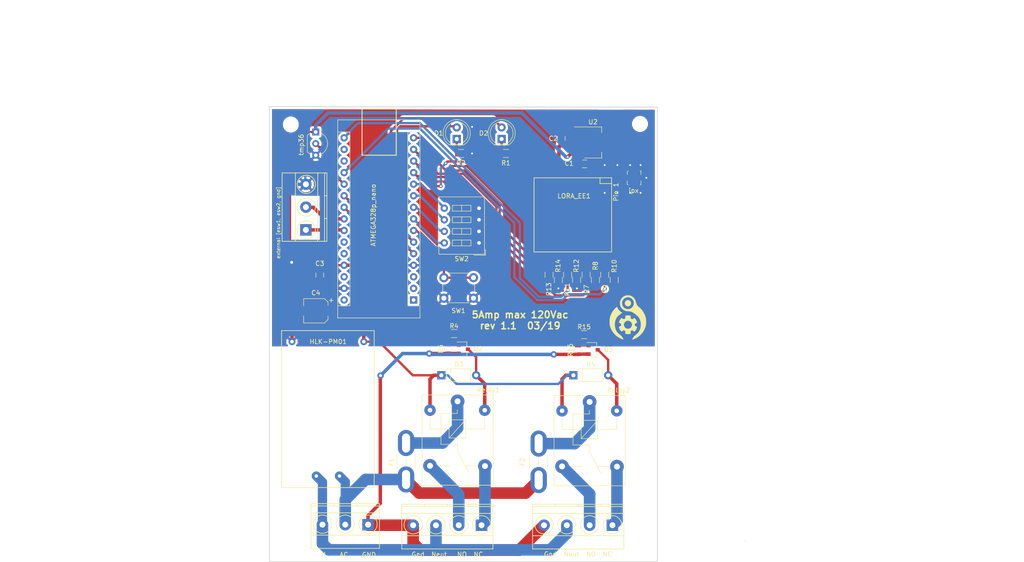
<source format=kicad_pcb>
(kicad_pcb (version 20171130) (host pcbnew 5.0.2-bee76a0~70~ubuntu16.04.1)
  (layers (0 F.Cu signal) (31 B.Cu signal) (34 B.Paste user) (35 F.Paste user) (36 B.SilkS user) (37 F.SilkS user) (38 B.Mask user) (39 F.Mask user) (44 Edge.Cuts user))
  (net 0 "")
  (net 1 GNDD)
  (net 2 +5V)
  (net 3 +3V3)
  (net 4 Earth)
  (net 5 "Net-(D1-Pad2)")
  (net 6 "Net-(D1-Pad1)")
  (net 7 "Net-(D2-Pad1)")
  (net 8 "Net-(D2-Pad2)")
  (net 9 "Net-(D3-Pad2)")
  (net 10 "Net-(D4-Pad2)")
  (net 11 VAC)
  (net 12 "Net-(F1-Pad1)")
  (net 13 "Net-(F2-Pad1)")
  (net 14 NEUT)
  (net 15 "Net-(J2-Pad2)")
  (net 16 "Net-(J2-Pad1)")
  (net 17 "Net-(J5-Pad1)")
  (net 18 "Net-(J5-Pad2)")
  (net 19 "Net-(J7-Pad2)")
  (net 20 /relay1)
  (net 21 "Net-(Q2-Pad1)")
  (net 22 miso)
  (net 23 "Net-(R7-Pad1)")
  (net 24 /lora_cs)
  (net 25 "Net-(R10-Pad1)")
  (net 26 /lora_rst)
  (net 27 sck)
  (net 28 "Net-(R11-Pad1)")
  (net 29 mosi)
  (net 30 "Net-(R13-Pad1)")
  (net 31 "Net-(Q3-Pad1)")
  (net 32 /relay2)
  (net 33 "Net-(SW1-Pad2)")
  (net 34 "Net-(U3-Padtx)")
  (net 35 "Net-(U3-Pad3v3)")
  (net 36 "Net-(U3-Padrx)")
  (net 37 "Net-(U3-Pad15)")
  (net 38 "Net-(U3-Padrst)")
  (net 39 "Net-(U3-PadADC6)")
  (net 40 "Net-(U3-PadADC7)")
  (net 41 /irq)
  (net 42 "Net-(U3-PadVin)")
  (net 43 "Net-(U4-Pad15)")
  (net 44 "Net-(U4-Pad8)")
  (net 45 "Net-(U4-Pad7)")
  (net 46 "Net-(U4-Pad4)")
  (net 47 "Net-(U4-Pad3)")
  (net 48 "Net-(J3-Pad1)")
  (net 49 "Net-(J8-Pad2)")
  (net 50 "Net-(J8-Pad1)")
  (net 51 "Net-(SW2-Pad5)")
  (net 52 "Net-(SW2-Pad6)")
  (net 53 "Net-(SW2-Pad7)")
  (net 54 "Net-(SW2-Pad8)")
  (module TerminalBlocks_Phoenix:TerminalBlock_Phoenix_MKDS1.5-3pol (layer F.Cu) (at 103.806 149.479 180)
    (fp_text reference "N    AC    GND" (at 4.3015 -6.604 180) (layer F.SilkS))
    (fp_text value ACin)
    (pad 3 thru_hole circle (at 5 0 180) (size 2.5 2.5) (drill 1.3) (layers *.Cu *.Mask) (net 11 VAC))
    (pad 1 thru_hole rect (at 0 0 180) (size 2.5 2.5) (drill 1.3) (layers *.Cu *.Mask) (net 4 Earth))
    (pad 2 thru_hole circle (at 10 0 180) (size 2.5 2.5) (drill 1.3) (layers *.Cu *.Mask) (net 14 NEUT))
  )
  (module Relays_THT:Relay_SPDT_SANYOU_SRD_Series_Form_C (layer F.Cu) (at 123.444 122.428 270)
    (fp_text reference Relay1 (at -2.4765 -6.731) (layer F.SilkS))
    (fp_text value relay1)
    (pad A1 thru_hole circle (at 1.95 6.05) (size 2.5 2.5) (drill 1) (layers *.Cu *.Mask) (net 2 +5V))
    (pad 14 thru_hole circle (at 14.15 6.05) (size 3 3) (drill 1.3) (layers *.Cu *.Mask) (net 15 "Net-(J2-Pad2)"))
    (pad 12 thru_hole circle (at 14.2 -6) (size 3 3) (drill 1.3) (layers *.Cu *.Mask) (net 16 "Net-(J2-Pad1)"))
    (pad A2 thru_hole circle (at 1.95 -5.95) (size 2.5 2.5) (drill 1) (layers *.Cu *.Mask) (net 9 "Net-(D3-Pad2)"))
    (pad 11 thru_hole circle (at 0 0) (size 3 3) (drill 1.3) (layers *.Cu *.Mask) (net 12 "Net-(F1-Pad1)"))
  )
  (module Relays_THT:Relay_SPDT_SANYOU_SRD_Series_Form_C (layer F.Cu) (at 152.4 122.555 270)
    (fp_text reference Relay2 (at -2.54 -6.35) (layer F.SilkS))
    (fp_text value relay2)
    (pad 11 thru_hole circle (at 0 0) (size 3 3) (drill 1.3) (layers *.Cu *.Mask) (net 13 "Net-(F2-Pad1)"))
    (pad A2 thru_hole circle (at 1.95 -5.95) (size 2.5 2.5) (drill 1) (layers *.Cu *.Mask) (net 10 "Net-(D4-Pad2)"))
    (pad 12 thru_hole circle (at 14.2 -6) (size 3 3) (drill 1.3) (layers *.Cu *.Mask) (net 17 "Net-(J5-Pad1)"))
    (pad 14 thru_hole circle (at 14.15 6.05) (size 3 3) (drill 1.3) (layers *.Cu *.Mask) (net 18 "Net-(J5-Pad2)"))
    (pad A1 thru_hole circle (at 1.95 6.05) (size 2.5 2.5) (drill 1) (layers *.Cu *.Mask) (net 2 +5V))
  )
  (module Capacitors_SMD:C_0805_HandSoldering (layer F.Cu) (at 151.277001 70.358)
    (fp_text reference C1 (at -3.385501 -0.127) (layer F.SilkS))
    (fp_text value 1uf)
    (pad 2 smd rect (at 1.25 0) (size 1.5 1.25) (layers F.Cu F.Paste F.Mask) (net 1 GNDD))
    (pad 1 smd rect (at -1.25 0) (size 1.5 1.25) (layers F.Cu F.Paste F.Mask) (net 2 +5V))
  )
  (module Capacitors_SMD:C_0805_HandSoldering (layer F.Cu) (at 146.177 64.790001 90)
    (fp_text reference C2 (at 0 -1.75 180) (layer F.SilkS))
    (fp_text value 22uf)
    (pad 2 smd rect (at 1.25 0 90) (size 1.5 1.25) (layers F.Cu F.Paste F.Mask) (net 1 GNDD))
    (pad 1 smd rect (at -1.25 0 90) (size 1.5 1.25) (layers F.Cu F.Paste F.Mask) (net 3 +3V3))
  )
  (module Capacitors_SMD:C_0805 (layer F.Cu) (at 93.218 94.726 270)
    (fp_text reference C3 (at -2.524 0) (layer F.SilkS))
    (fp_text value .1uf)
    (pad 1 smd rect (at -1 0 270) (size 1 1.25) (layers F.Cu F.Paste F.Mask) (net 2 +5V))
    (pad 2 smd rect (at 1 0 270) (size 1 1.25) (layers F.Cu F.Paste F.Mask) (net 1 GNDD))
  )
  (module LEDs:LED_D5.0mm (layer F.Cu) (at 123.2535 64.897 90)
    (fp_text reference D1 (at 1.27 -3.96 180) (layer F.SilkS))
    (fp_text value LED)
    (pad 2 thru_hole circle (at 2.54 0 90) (size 1.8 1.8) (drill 0.9) (layers *.Cu *.Mask) (net 5 "Net-(D1-Pad2)"))
    (pad 1 thru_hole rect (at 0 0 90) (size 1.8 1.8) (drill 0.9) (layers *.Cu *.Mask) (net 6 "Net-(D1-Pad1)"))
  )
  (module LEDs:LED_D5.0mm (layer F.Cu) (at 133.096 64.897 90)
    (fp_text reference D2 (at 1.27 -3.96 180) (layer F.SilkS))
    (fp_text value LED)
    (pad 1 thru_hole rect (at 0 0 90) (size 1.8 1.8) (drill 0.9) (layers *.Cu *.Mask) (net 7 "Net-(D2-Pad1)"))
    (pad 2 thru_hole circle (at 2.54 0 90) (size 1.8 1.8) (drill 0.9) (layers *.Cu *.Mask) (net 8 "Net-(D2-Pad2)"))
  )
  (module Diodes_THT:D_A-405_P7.62mm_Horizontal (layer F.Cu) (at 119.888 116.713)
    (fp_text reference D3 (at 3.81 -2.41) (layer F.SilkS))
    (fp_text value 4001)
    (pad 1 thru_hole rect (at 0 0) (size 1.8 1.8) (drill 0.9) (layers *.Cu *.Mask) (net 2 +5V))
    (pad 2 thru_hole oval (at 7.62 0) (size 1.8 1.8) (drill 0.9) (layers *.Cu *.Mask) (net 9 "Net-(D3-Pad2)"))
  )
  (module Diodes_THT:D_A-405_P7.62mm_Horizontal (layer F.Cu) (at 148.844 116.713)
    (fp_text reference D4 (at 3.81 -2.41) (layer F.SilkS))
    (fp_text value 4001)
    (pad 2 thru_hole oval (at 7.62 0) (size 1.8 1.8) (drill 0.9) (layers *.Cu *.Mask) (net 10 "Net-(D4-Pad2)"))
    (pad 1 thru_hole rect (at 0 0) (size 1.8 1.8) (drill 0.9) (layers *.Cu *.Mask) (net 2 +5V))
  )
  (module Fuse_Holders_and_Fuses:BladeFuse-Mini (layer F.Cu) (at 112.141 131.573 270)
    (fp_text reference F1 (at 4.19 3.2385 270) (layer F.SilkS))
    (fp_text value Fuse)
    (pad 2 thru_hole oval (at 8 0 270) (size 5.715 3.556) (drill oval 4.191 1.778) (layers *.Cu *.Mask) (net 11 VAC))
    (pad 1 thru_hole oval (at 0 0 270) (size 5.715 3.556) (drill oval 4.191 1.778) (layers *.Cu *.Mask) (net 12 "Net-(F1-Pad1)"))
  )
  (module Fuse_Holders_and_Fuses:BladeFuse-Mini (layer F.Cu) (at 141.224 131.7 270)
    (fp_text reference F2 (at 3.9995 3.556 270) (layer F.SilkS))
    (fp_text value Fuse)
    (pad 1 thru_hole oval (at 0 0 270) (size 5.715 3.556) (drill oval 4.191 1.778) (layers *.Cu *.Mask) (net 13 "Net-(F2-Pad1)"))
    (pad 2 thru_hole oval (at 8 0 270) (size 5.715 3.556) (drill oval 4.191 1.778) (layers *.Cu *.Mask) (net 11 VAC))
  )
  (module Resistors_SMD:R_0805 (layer F.Cu) (at 134.046 68.072)
    (fp_text reference R1 (at 0 2.0955) (layer F.SilkS))
    (fp_text value 3k3)
    (pad 2 smd rect (at 0.95 0) (size 0.7 1.3) (layers F.Cu F.Paste F.Mask) (net 1 GNDD))
    (pad 1 smd rect (at -0.95 0) (size 0.7 1.3) (layers F.Cu F.Paste F.Mask) (net 7 "Net-(D2-Pad1)"))
  )
  (module Resistors_SMD:R_0805 (layer F.Cu) (at 124.203499 68.072)
    (fp_text reference R2 (at 0.002501 2.0955) (layer F.SilkS))
    (fp_text value 3k3)
    (pad 1 smd rect (at -0.95 0) (size 0.7 1.3) (layers F.Cu F.Paste F.Mask) (net 6 "Net-(D1-Pad1)"))
    (pad 2 smd rect (at 0.95 0) (size 0.7 1.3) (layers F.Cu F.Paste F.Mask) (net 1 GNDD))
  )
  (module Resistors_SMD:R_0805 (layer F.Cu) (at 122.682 107.569 180)
    (fp_text reference R4 (at 0 1.651 180) (layer F.SilkS))
    (fp_text value 100)
    (pad 2 smd rect (at 0.95 0 180) (size 0.7 1.3) (layers F.Cu F.Paste F.Mask) (net 20 /relay1))
    (pad 1 smd rect (at -0.95 0 180) (size 0.7 1.3) (layers F.Cu F.Paste F.Mask) (net 21 "Net-(Q2-Pad1)"))
  )
  (module Resistors_SMD:R_0805 (layer F.Cu) (at 121.412 110.937001 90)
    (fp_text reference R5 (at 0 -1.65 90) (layer F.SilkS))
    (fp_text value 10k)
    (pad 2 smd rect (at 0.95 0 90) (size 0.7 1.3) (layers F.Cu F.Paste F.Mask) (net 21 "Net-(Q2-Pad1)"))
    (pad 1 smd rect (at -0.95 0 90) (size 0.7 1.3) (layers F.Cu F.Paste F.Mask) (net 4 Earth))
  )
  (module Resistors_SMD:R_0805 (layer F.Cu) (at 151.638 94.676 270)
    (fp_text reference R7 (at 3.1775 -0.0635 270) (layer F.SilkS))
    (fp_text value 1k)
    (pad 1 smd rect (at -0.95 0 270) (size 0.7 1.3) (layers F.Cu F.Paste F.Mask) (net 23 "Net-(R7-Pad1)"))
    (pad 2 smd rect (at 0.95 0 270) (size 0.7 1.3) (layers F.Cu F.Paste F.Mask) (net 24 /lora_cs))
  )
  (module Resistors_SMD:R_0805 (layer F.Cu) (at 153.67 95.8215 270)
    (fp_text reference R8 (at -3.1115 0 270) (layer F.SilkS))
    (fp_text value 2k)
    (pad 2 smd rect (at 0.95 0 270) (size 0.7 1.3) (layers F.Cu F.Paste F.Mask) (net 1 GNDD))
    (pad 1 smd rect (at -0.95 0 270) (size 0.7 1.3) (layers F.Cu F.Paste F.Mask) (net 23 "Net-(R7-Pad1)"))
  )
  (module Resistors_SMD:R_0805 (layer F.Cu) (at 155.702 94.676 270)
    (fp_text reference R9 (at 3.114 -0.127 270) (layer F.SilkS))
    (fp_text value 1k)
    (pad 1 smd rect (at -0.95 0 270) (size 0.7 1.3) (layers F.Cu F.Paste F.Mask) (net 25 "Net-(R10-Pad1)"))
    (pad 2 smd rect (at 0.95 0 270) (size 0.7 1.3) (layers F.Cu F.Paste F.Mask) (net 26 /lora_rst))
  )
  (module Resistors_SMD:R_0805 (layer F.Cu) (at 157.7975 95.819 270)
    (fp_text reference R10 (at -3.0455 0 270) (layer F.SilkS))
    (fp_text value 2k)
    (pad 2 smd rect (at 0.95 0 270) (size 0.7 1.3) (layers F.Cu F.Paste F.Mask) (net 1 GNDD))
    (pad 1 smd rect (at -0.95 0 270) (size 0.7 1.3) (layers F.Cu F.Paste F.Mask) (net 25 "Net-(R10-Pad1)"))
  )
  (module Resistors_SMD:R_0805 (layer F.Cu) (at 147.574 94.676 270)
    (fp_text reference R11 (at 3.241 0.0635 270) (layer F.SilkS))
    (fp_text value 1k)
    (pad 2 smd rect (at 0.95 0 270) (size 0.7 1.3) (layers F.Cu F.Paste F.Mask) (net 27 sck))
    (pad 1 smd rect (at -0.95 0 270) (size 0.7 1.3) (layers F.Cu F.Paste F.Mask) (net 28 "Net-(R11-Pad1)"))
  )
  (module Resistors_SMD:R_0805 (layer F.Cu) (at 149.5425 95.8215 270)
    (fp_text reference R12 (at -3.1115 0.0635 270) (layer F.SilkS))
    (fp_text value 2k)
    (pad 1 smd rect (at -0.95 0 270) (size 0.7 1.3) (layers F.Cu F.Paste F.Mask) (net 28 "Net-(R11-Pad1)"))
    (pad 2 smd rect (at 0.95 0 270) (size 0.7 1.3) (layers F.Cu F.Paste F.Mask) (net 1 GNDD))
  )
  (module Resistors_SMD:R_0805 (layer F.Cu) (at 143.51 94.681001 270)
    (fp_text reference R13 (at 3.172499 0.0635 270) (layer F.SilkS))
    (fp_text value 1k)
    (pad 2 smd rect (at 0.95 0 270) (size 0.7 1.3) (layers F.Cu F.Paste F.Mask) (net 29 mosi))
    (pad 1 smd rect (at -0.95 0 270) (size 0.7 1.3) (layers F.Cu F.Paste F.Mask) (net 30 "Net-(R13-Pad1)"))
  )
  (module Resistors_SMD:R_0805 (layer F.Cu) (at 145.542 95.8215 270)
    (fp_text reference R14 (at -3.1115 0.0635 270) (layer F.SilkS))
    (fp_text value 2k)
    (pad 1 smd rect (at -0.95 0 270) (size 0.7 1.3) (layers F.Cu F.Paste F.Mask) (net 30 "Net-(R13-Pad1)"))
    (pad 2 smd rect (at 0.95 0 270) (size 0.7 1.3) (layers F.Cu F.Paste F.Mask) (net 1 GNDD))
  )
  (module Resistors_SMD:R_0805 (layer F.Cu) (at 151.196001 107.823 180)
    (fp_text reference R15 (at 0 1.7145 180) (layer F.SilkS))
    (fp_text value 100)
    (pad 1 smd rect (at -0.95 0 180) (size 0.7 1.3) (layers F.Cu F.Paste F.Mask) (net 31 "Net-(Q3-Pad1)"))
    (pad 2 smd rect (at 0.95 0 180) (size 0.7 1.3) (layers F.Cu F.Paste F.Mask) (net 32 /relay2))
  )
  (module Resistors_SMD:R_0805 (layer F.Cu) (at 149.86 111.186 90)
    (fp_text reference R16 (at 0 -1.65 90) (layer F.SilkS))
    (fp_text value 10k)
    (pad 1 smd rect (at -0.95 0 90) (size 0.7 1.3) (layers F.Cu F.Paste F.Mask) (net 4 Earth))
    (pad 2 smd rect (at 0.95 0 90) (size 0.7 1.3) (layers F.Cu F.Paste F.Mask) (net 31 "Net-(Q3-Pad1)"))
  )
  (module Buttons_Switches_THT:SW_PUSH_6mm_h4.3mm (layer F.Cu) (at 126.9365 99.813501 180)
    (fp_text reference SW1 (at 3.302 -2.738999 180) (layer F.SilkS))
    (fp_text value SW_Push)
    (pad 2 thru_hole circle (at 0 4.5 270) (size 2 2) (drill 1.1) (layers *.Cu *.Mask) (net 33 "Net-(SW1-Pad2)"))
    (pad 1 thru_hole circle (at 0 0 270) (size 2 2) (drill 1.1) (layers *.Cu *.Mask) (net 1 GNDD))
    (pad 2 thru_hole circle (at 6.5 4.5 270) (size 2 2) (drill 1.1) (layers *.Cu *.Mask) (net 33 "Net-(SW1-Pad2)"))
    (pad 1 thru_hole circle (at 6.5 0 270) (size 2 2) (drill 1.1) (layers *.Cu *.Mask) (net 1 GNDD))
  )
  (module MainWorking:HLK-PM01 (layer F.Cu) (at 94.996 140.97 180)
    (fp_text reference HLK-PM01 (at -0.0635 31.623 180) (layer F.SilkS))
    (fp_text value HLK-PM01)
    (pad 2 thru_hole circle (at -2.54 2.159 180) (size 1.524 1.524) (drill 0.762) (layers *.Cu *.Mask) (net 11 VAC))
    (pad 1 thru_hole circle (at 2.54 2.159 180) (size 1.524 1.524) (drill 0.762) (layers *.Cu *.Mask) (net 14 NEUT))
    (pad 4 thru_hole circle (at -7.874 31.623 180) (size 1.524 1.524) (drill 0.762) (layers *.Cu *.Mask) (net 2 +5V))
    (pad 3 thru_hole circle (at 7.874 31.623 180) (size 1.524 1.524) (drill 0.762) (layers *.Cu *.Mask) (net 1 GNDD))
  )
  (module MainWorking:ArduinoNano (layer F.Cu) (at 113.792 100.203 180)
    (fp_text reference ATMEGA328p_nano (at 8.8265 18.6055 270) (layer F.SilkS))
    (fp_text value ArduinoNano)
    (pad tx thru_hole rect (at 0 0 180) (size 1.6 1.6) (drill 0.8) (layers *.Cu *.Mask) (net 34 "Net-(U3-Padtx)"))
    (pad 3v3 thru_hole oval (at 15.24 33.02 180) (size 1.6 1.6) (drill 0.8) (layers *.Cu *.Mask) (net 35 "Net-(U3-Pad3v3)"))
    (pad rx thru_hole oval (at 0 2.54 180) (size 1.6 1.6) (drill 0.8) (layers *.Cu *.Mask) (net 36 "Net-(U3-Padrx)"))
    (pad 15 thru_hole oval (at 15.24 30.48 180) (size 1.6 1.6) (drill 0.8) (layers *.Cu *.Mask) (net 37 "Net-(U3-Pad15)"))
    (pad rst thru_hole oval (at 0 5.08 180) (size 1.6 1.6) (drill 0.8) (layers *.Cu *.Mask) (net 38 "Net-(U3-Padrst)"))
    (pad ADC0 thru_hole oval (at 15.24 27.94 180) (size 1.6 1.6) (drill 0.8) (layers *.Cu *.Mask) (net 26 /lora_rst))
    (pad gnd thru_hole oval (at 0 7.62 180) (size 1.6 1.6) (drill 0.8) (layers *.Cu *.Mask) (net 1 GNDD))
    (pad ADC1 thru_hole oval (at 15.24 25.4 180) (size 1.6 1.6) (drill 0.8) (layers *.Cu *.Mask) (net 19 "Net-(J7-Pad2)"))
    (pad 2 thru_hole oval (at 0 10.16 180) (size 1.6 1.6) (drill 0.8) (layers *.Cu *.Mask) (net 8 "Net-(D2-Pad2)"))
    (pad ADC2 thru_hole oval (at 15.24 22.86 180) (size 1.6 1.6) (drill 0.8) (layers *.Cu *.Mask) (net 32 /relay2))
    (pad 3 thru_hole oval (at 0 12.7 180) (size 1.6 1.6) (drill 0.8) (layers *.Cu *.Mask) (net 5 "Net-(D1-Pad2)"))
    (pad ADC3 thru_hole oval (at 15.24 20.32 180) (size 1.6 1.6) (drill 0.8) (layers *.Cu *.Mask) (net 20 /relay1))
    (pad 4 thru_hole oval (at 0 15.24 180) (size 1.6 1.6) (drill 0.8) (layers *.Cu *.Mask) (net 33 "Net-(SW1-Pad2)"))
    (pad ADC4 thru_hole oval (at 15.24 17.78 180) (size 1.6 1.6) (drill 0.8) (layers *.Cu *.Mask) (net 49 "Net-(J8-Pad2)"))
    (pad 5 thru_hole oval (at 0 17.78 180) (size 1.6 1.6) (drill 0.8) (layers *.Cu *.Mask) (net 54 "Net-(SW2-Pad8)"))
    (pad ADC5 thru_hole oval (at 15.24 15.24 180) (size 1.6 1.6) (drill 0.8) (layers *.Cu *.Mask) (net 50 "Net-(J8-Pad1)"))
    (pad 6 thru_hole oval (at 0 20.32 180) (size 1.6 1.6) (drill 0.8) (layers *.Cu *.Mask) (net 53 "Net-(SW2-Pad7)"))
    (pad ADC6 thru_hole oval (at 15.24 12.7 180) (size 1.6 1.6) (drill 0.8) (layers *.Cu *.Mask) (net 39 "Net-(U3-PadADC6)"))
    (pad 7 thru_hole oval (at 0 22.86 180) (size 1.6 1.6) (drill 0.8) (layers *.Cu *.Mask) (net 52 "Net-(SW2-Pad6)"))
    (pad ADC7 thru_hole oval (at 15.24 10.16 180) (size 1.6 1.6) (drill 0.8) (layers *.Cu *.Mask) (net 40 "Net-(U3-PadADC7)"))
    (pad 8 thru_hole oval (at 0 25.4 180) (size 1.6 1.6) (drill 0.8) (layers *.Cu *.Mask) (net 51 "Net-(SW2-Pad5)"))
    (pad +5V thru_hole oval (at 15.24 7.62 180) (size 1.6 1.6) (drill 0.8) (layers *.Cu *.Mask) (net 2 +5V))
    (pad 9 thru_hole oval (at 0 27.94 180) (size 1.6 1.6) (drill 0.8) (layers *.Cu *.Mask) (net 41 /irq))
    (pad rst thru_hole oval (at 15.24 5.08 180) (size 1.6 1.6) (drill 0.8) (layers *.Cu *.Mask) (net 38 "Net-(U3-Padrst)"))
    (pad 10 thru_hole oval (at 0 30.48 180) (size 1.6 1.6) (drill 0.8) (layers *.Cu *.Mask) (net 24 /lora_cs))
    (pad gnd thru_hole oval (at 15.24 2.54 180) (size 1.6 1.6) (drill 0.8) (layers *.Cu *.Mask) (net 1 GNDD))
    (pad 11 thru_hole oval (at 0 33.02 180) (size 1.6 1.6) (drill 0.8) (layers *.Cu *.Mask) (net 29 mosi))
    (pad Vin thru_hole oval (at 15.24 0 180) (size 1.6 1.6) (drill 0.8) (layers *.Cu *.Mask) (net 42 "Net-(U3-PadVin)"))
    (pad 12 thru_hole oval (at 0 35.56 180) (size 1.6 1.6) (drill 0.8) (layers *.Cu *.Mask) (net 22 miso))
    (pad 13 thru_hole oval (at 15.24 35.56 180) (size 1.6 1.6) (drill 0.8) (layers *.Cu *.Mask) (net 27 sck))
  )
  (module MainWorking:LORA_SX1278_Module (layer F.Cu) (at 167.386 81.534 270)
    (fp_text reference LORA_EE1 (at -4.1275 18.415) (layer F.SilkS))
    (fp_text value Sx1278_LORA_Module)
    (fp_text user "Pin 1" (at -5.0165 9.2075 90) (layer F.SilkS))
    (pad 16 smd rect (at 8.128 11.684 270) (size 2 1.524) (layers F.Cu F.Paste F.Mask) (net 1 GNDD))
    (pad 15 smd rect (at 8.128 13.716 270) (size 2 1.524) (layers F.Cu F.Paste F.Mask) (net 43 "Net-(U4-Pad15)"))
    (pad 14 smd rect (at 8.128 15.748 270) (size 2 1.524) (layers F.Cu F.Paste F.Mask) (net 25 "Net-(R10-Pad1)"))
    (pad 13 smd rect (at 8.128 17.78 270) (size 2 1.524) (layers F.Cu F.Paste F.Mask) (net 23 "Net-(R7-Pad1)"))
    (pad 12 smd rect (at 8.128 19.812 270) (size 2 1.524) (layers F.Cu F.Paste F.Mask) (net 28 "Net-(R11-Pad1)"))
    (pad 11 smd rect (at 8.128 21.844 270) (size 2 1.524) (layers F.Cu F.Paste F.Mask) (net 30 "Net-(R13-Pad1)"))
    (pad 10 smd rect (at 8.128 23.876 270) (size 2 1.524) (layers F.Cu F.Paste F.Mask) (net 22 miso))
    (pad 9 smd rect (at 8.128 25.908 270) (size 2 1.524) (layers F.Cu F.Paste F.Mask) (net 1 GNDD))
    (pad 8 smd rect (at -8.128 25.908 270) (size 2 1.524) (layers F.Cu F.Paste F.Mask) (net 44 "Net-(U4-Pad8)"))
    (pad 7 smd rect (at -8.128 23.876 270) (size 2 1.524) (layers F.Cu F.Paste F.Mask) (net 45 "Net-(U4-Pad7)"))
    (pad 6 smd rect (at -8.128 21.844 270) (size 2 1.524) (layers F.Cu F.Paste F.Mask) (net 41 /irq))
    (pad 5 smd rect (at -8.128 19.812 270) (size 2 1.524) (layers F.Cu F.Paste F.Mask) (net 3 +3V3))
    (pad 4 smd rect (at -8.128 17.78 270) (size 2 1.524) (layers F.Cu F.Paste F.Mask) (net 46 "Net-(U4-Pad4)"))
    (pad 3 smd rect (at -8.128 15.748 270) (size 2 1.524) (layers F.Cu F.Paste F.Mask) (net 47 "Net-(U4-Pad3)"))
    (pad 2 smd rect (at -8.128 13.716 270) (size 2 1.524) (layers F.Cu F.Paste F.Mask) (net 1 GNDD))
    (pad 1 smd rect (at -8.128 11.684 270) (size 2 1.524) (layers F.Cu F.Paste F.Mask) (net 48 "Net-(J3-Pad1)"))
  )
  (module TerminalBlocks_Phoenix:TerminalBlock_Phoenix_MKDS1.5-4pol (layer F.Cu) (at 128.698 149.606 180)
    (fp_text reference "Gnd  Neut   NO  NC" (at 7.5 -6.4135 180) (layer F.SilkS))
    (fp_text value relay1)
    (pad 4 thru_hole circle (at 15 0 180) (size 2.5 2.5) (drill 1.3) (layers *.Cu *.Mask) (net 4 Earth))
    (pad 3 thru_hole circle (at 10 0 180) (size 2.5 2.5) (drill 1.3) (layers *.Cu *.Mask) (net 14 NEUT))
    (pad 1 thru_hole rect (at 0 0 180) (size 2.5 2.5) (drill 1.3) (layers *.Cu *.Mask) (net 16 "Net-(J2-Pad1)"))
    (pad 2 thru_hole circle (at 5 0 180) (size 2.5 2.5) (drill 1.3) (layers *.Cu *.Mask) (net 15 "Net-(J2-Pad2)"))
  )
  (module TerminalBlocks_Phoenix:TerminalBlock_Phoenix_MKDS1.5-4pol (layer F.Cu) (at 157.4 149.606 180)
    (fp_text reference "Gnd  Neut  NO  NC" (at 7.54 -6.35 180) (layer F.SilkS))
    (fp_text value relay2)
    (pad 2 thru_hole circle (at 5 0 180) (size 2.5 2.5) (drill 1.3) (layers *.Cu *.Mask) (net 18 "Net-(J5-Pad2)"))
    (pad 1 thru_hole rect (at 0 0 180) (size 2.5 2.5) (drill 1.3) (layers *.Cu *.Mask) (net 17 "Net-(J5-Pad1)"))
    (pad 3 thru_hole circle (at 10 0 180) (size 2.5 2.5) (drill 1.3) (layers *.Cu *.Mask) (net 14 NEUT))
    (pad 4 thru_hole circle (at 15 0 180) (size 2.5 2.5) (drill 1.3) (layers *.Cu *.Mask) (net 4 Earth))
  )
  (module TO_SOT_Packages_SMD:SOT-23 (layer F.Cu) (at 124.714 110.998)
    (fp_text reference Q2 (at 3.2385 -0.0635) (layer F.SilkS))
    (fp_text value MMBT3904)
    (pad 3 smd rect (at 1 0) (size 0.9 0.8) (layers F.Cu F.Paste F.Mask) (net 9 "Net-(D3-Pad2)"))
    (pad 2 smd rect (at -1 0.95) (size 0.9 0.8) (layers F.Cu F.Paste F.Mask) (net 4 Earth))
    (pad 1 smd rect (at -1 -0.95) (size 0.9 0.8) (layers F.Cu F.Paste F.Mask) (net 21 "Net-(Q2-Pad1)"))
  )
  (module TO_SOT_Packages_SMD:SOT-23 (layer F.Cu) (at 153.178 111.125)
    (fp_text reference Q3 (at 3.3495 -0.0635) (layer F.SilkS))
    (fp_text value MMBT3904)
    (pad 1 smd rect (at -1 -0.95) (size 0.9 0.8) (layers F.Cu F.Paste F.Mask) (net 31 "Net-(Q3-Pad1)"))
    (pad 2 smd rect (at -1 0.95) (size 0.9 0.8) (layers F.Cu F.Paste F.Mask) (net 4 Earth))
    (pad 3 smd rect (at 1 0) (size 0.9 0.8) (layers F.Cu F.Paste F.Mask) (net 10 "Net-(D4-Pad2)"))
  )
  (module TO_SOT_Packages_THT:TO-92_Inline_Wide (layer F.Cu) (at 92.329 63.373 270)
    (fp_text reference tmp36 (at 2.794 3.175 90) (layer F.SilkS))
    (fp_text value tmp36)
    (pad 2 thru_hole circle (at 2.54 0) (size 1.52 1.52) (drill 0.8) (layers *.Cu *.Mask) (net 19 "Net-(J7-Pad2)"))
    (pad 3 thru_hole circle (at 5.08 0) (size 1.52 1.52) (drill 0.8) (layers *.Cu *.Mask) (net 1 GNDD))
    (pad 1 thru_hole rect (at 0 0) (size 1.52 1.52) (drill 0.8) (layers *.Cu *.Mask) (net 2 +5V))
  )
  (module TO_SOT_Packages_SMD:SOT-223-3_TabPin2 (layer F.Cu) (at 153.136999 65.659)
    (fp_text reference U2 (at 0 -4.5) (layer F.SilkS))
    (fp_text value AMS1117-3.3)
    (pad 2 smd rect (at 3.15 0) (size 2 3.8) (layers F.Cu F.Paste F.Mask) (net 3 +3V3))
    (pad 2 smd rect (at -3.15 0) (size 2 1.5) (layers F.Cu F.Paste F.Mask) (net 3 +3V3))
    (pad 3 smd rect (at -3.15 2.3) (size 2 1.5) (layers F.Cu F.Paste F.Mask) (net 2 +5V))
    (pad 1 smd rect (at -3.15 -2.3) (size 2 1.5) (layers F.Cu F.Paste F.Mask) (net 1 GNDD))
  )
  (module Capacitors_SMD:CP_Elec_5x5.3 (layer F.Cu) (at 92.3515 102.5525 180)
    (fp_text reference C4 (at 0 3.92 180) (layer F.SilkS))
    (fp_text value 100uf)
    (fp_text user + (at -3.38 2.34 180) (layer F.SilkS))
    (pad 2 smd rect (at 2.2 0) (size 3 1.6) (layers F.Cu F.Paste F.Mask) (net 1 GNDD))
    (pad 1 smd rect (at -2.2 0) (size 3 1.6) (layers F.Cu F.Paste F.Mask) (net 2 +5V))
  )
  (module Mounting_Holes:MountingHole_2.5mm (layer F.Cu) (at 163.5125 153.67)
    (fp_text reference H1 hide)
    (fp_text value MountingHole hide)
    (pad 1 np_thru_hole circle (at 0 0) (size 2.5 2.5) (drill 2.5) (layers *.Cu *.Mask))
  )
  (module Mounting_Holes:MountingHole_2.5mm (layer F.Cu) (at 86.9315 153.67)
    (fp_text reference H2 hide)
    (fp_text value MountingHole hide)
    (pad 1 np_thru_hole circle (at 0 0) (size 2.5 2.5) (drill 2.5) (layers *.Cu *.Mask))
  )
  (module Mounting_Holes:MountingHole_2.5mm (layer F.Cu) (at 163.449 61.595)
    (fp_text reference H3 hide)
    (fp_text value MountingHole hide)
    (pad 1 np_thru_hole circle (at 0 0) (size 2.5 2.5) (drill 2.5) (layers *.Cu *.Mask))
  )
  (module Mounting_Holes:MountingHole_2.5mm (layer F.Cu) (at 86.868 61.722)
    (fp_text reference H4 hide)
    (fp_text value MountingHole hide)
    (pad 1 np_thru_hole circle (at 0 0) (size 2.5 2.5) (drill 2.5) (layers *.Cu *.Mask))
  )
  (module Connectors_Molex:Molex_Microcoaxial_RF (layer F.Cu) (at 162.155 73.406 270)
    (fp_text reference ipx (at 2.794 0.103) (layer F.SilkS))
    (fp_text value sma)
    (pad 1 smd rect (at 0 1.5 270) (size 1 1) (layers F.Cu F.Paste F.Mask) (net 48 "Net-(J3-Pad1)"))
    (pad 2 smd rect (at 0 -1.5 270) (size 1 1) (layers F.Cu F.Paste F.Mask) (net 1 GNDD))
    (pad 2 smd rect (at 1.475 0 270) (size 1.05 2.2) (layers F.Cu F.Paste F.Mask) (net 1 GNDD))
    (pad 2 smd rect (at -1.475 0 270) (size 1.05 2.2) (layers F.Cu F.Paste F.Mask) (net 1 GNDD))
  )
  (module TerminalBlocks_Phoenix:TerminalBlock_Phoenix_MKDS1.5-3pol (layer F.Cu) (at 90.17 84.836 90)
    (fp_text reference "external [esw1, esw2, gnd]" (at 1.5875 -6.0325 90) (layer F.SilkS) (effects (font (size 0.762 0.762) (thickness 0.127))))
    (fp_text value external_Sw)
    (pad 2 thru_hole circle (at 5 0 90) (size 2.5 2.5) (drill 1.3) (layers *.Cu *.Mask) (net 49 "Net-(J8-Pad2)"))
    (pad 1 thru_hole rect (at 0 0 90) (size 2.5 2.5) (drill 1.3) (layers *.Cu *.Mask) (net 50 "Net-(J8-Pad1)"))
    (pad 3 thru_hole circle (at 10 0 90) (size 2.5 2.5) (drill 1.3) (layers *.Cu *.Mask) (net 1 GNDD))
  )
  (module Buttons_Switches_THT:SW_DIP_x4_W7.62mm_Slide (layer F.Cu) (at 128.143 87.6935 180)
    (fp_text reference SW2 (at 3.81 -3.48 180) (layer F.SilkS))
    (fp_text value SW_DIP_x04)
    (pad 1 thru_hole rect (at 0 0 180) (size 1.6 1.6) (drill 0.8) (layers *.Cu *.Mask) (net 1 GNDD))
    (pad 5 thru_hole oval (at 7.62 7.62 180) (size 1.6 1.6) (drill 0.8) (layers *.Cu *.Mask) (net 51 "Net-(SW2-Pad5)"))
    (pad 2 thru_hole oval (at 0 2.54 180) (size 1.6 1.6) (drill 0.8) (layers *.Cu *.Mask) (net 1 GNDD))
    (pad 6 thru_hole oval (at 7.62 5.08 180) (size 1.6 1.6) (drill 0.8) (layers *.Cu *.Mask) (net 52 "Net-(SW2-Pad6)"))
    (pad 3 thru_hole oval (at 0 5.08 180) (size 1.6 1.6) (drill 0.8) (layers *.Cu *.Mask) (net 1 GNDD))
    (pad 7 thru_hole oval (at 7.62 2.54 180) (size 1.6 1.6) (drill 0.8) (layers *.Cu *.Mask) (net 53 "Net-(SW2-Pad7)"))
    (pad 4 thru_hole oval (at 0 7.62 180) (size 1.6 1.6) (drill 0.8) (layers *.Cu *.Mask) (net 1 GNDD))
    (pad 8 thru_hole oval (at 7.62 0 180) (size 1.6 1.6) (drill 0.8) (layers *.Cu *.Mask) (net 54 "Net-(SW2-Pad8)"))
  )
  (module MainWorking:LOGO_MWM_med (layer F.Cu) (at 160.782 104.0765)
    (fp_text reference G*** hide)
    (fp_text value LOGO_MWM_med hide)
  )
  (gr_line (start 167.259 57.912) (end 82.169 57.785) (layer Edge.Cuts) (width 0.15))
  (gr_line (start 82.169 57.785) (end 82.169 157.607) (layer Edge.Cuts) (width 0.15))
  (gr_line (start 82.169 157.607) (end 167.259 157.607) (layer Edge.Cuts) (width 0.15))
  (gr_line (start 167.259 157.607) (end 167.259 57.912) (layer Edge.Cuts) (width 0.15))
  (gr_text "5Amp max 120Vac\nrev 1.1  03/19" (at 137.16 104.648) (layer F.SilkS) (effects (font (size 1.5 1.5) (thickness 0.3))))
  (gr_line (start 102.5525 58.293) (end 102.489 58.3565) (layer F.SilkS) (width 0.2))
  (gr_line (start 102.489 68.453) (end 102.489 58.3565) (layer F.SilkS) (width 0.2))
  (gr_line (start 109.982 68.453) (end 102.489 68.453) (layer F.SilkS) (width 0.2))
  (gr_line (start 109.982 58.293) (end 109.982 68.453) (layer F.SilkS) (width 0.2))
  (gr_line (start 102.489 58.293) (end 109.982 58.293) (layer F.SilkS) (width 0.2))
  (gr_line (start 186.563 153.162) (end 186.563 153.035) (layer Edge.Cuts) (width 0.15))
  (segment (start 153.924 71.754999) (end 153.924 73.406) (width 0.762) (layer F.Cu) (net 1))
  (segment (start 152.527001 70.358) (end 153.924 71.754999) (width 0.762) (layer F.Cu) (net 1))
  (segment (start 149.805998 63.540001) (end 149.986999 63.359) (width 0.762) (layer F.Cu) (net 1))
  (segment (start 146.177 63.540001) (end 149.805998 63.540001) (width 0.762) (layer F.Cu) (net 1))
  (segment (start 91.821 97.663) (end 98.552 97.663) (width 0.762) (layer F.Cu) (net 1))
  (segment (start 87.122 109.347) (end 87.122 103.632) (width 0.762) (layer F.Cu) (net 1))
  (segment (start 93.093 95.726) (end 93.218 95.726) (width 0.508) (layer F.Cu) (net 1))
  (segment (start 91.821 97.663) (end 91.821 96.998) (width 0.508) (layer F.Cu) (net 1))
  (segment (start 91.821 96.998) (end 93.093 95.726) (width 0.508) (layer F.Cu) (net 1))
  (segment (start 88.8365 97.663) (end 91.821 97.663) (width 0.762) (layer F.Cu) (net 1))
  (segment (start 87.122 99.3775) (end 88.8365 97.663) (width 0.762) (layer F.Cu) (net 1))
  (segment (start 87.1855 102.5525) (end 87.122 102.489) (width 1.27) (layer F.Cu) (net 1))
  (segment (start 90.1515 102.5525) (end 87.1855 102.5525) (width 1.27) (layer F.Cu) (net 1))
  (segment (start 87.122 103.632) (end 87.122 102.489) (width 0.762) (layer F.Cu) (net 1))
  (segment (start 87.122 102.489) (end 87.122 99.3775) (width 0.762) (layer F.Cu) (net 1))
  (via (at 87.0585 91.948) (size 1.397) (drill 0.635) (layers F.Cu B.Cu) (net 1))
  (segment (start 87.122 99.3775) (end 87.122 92.0115) (width 0.762) (layer F.Cu) (net 1))
  (segment (start 87.122 92.0115) (end 87.0585 91.948) (width 0.762) (layer F.Cu) (net 1))
  (segment (start 128.143 80.0735) (end 128.143 87.6935) (width 0.508) (layer B.Cu) (net 1))
  (via (at 149.606 97.663) (size 0.8) (drill 0.4) (layers F.Cu B.Cu) (net 1))
  (via (at 145.542 97.663) (size 0.8) (drill 0.4) (layers F.Cu B.Cu) (net 1))
  (segment (start 88.232 74.836) (end 90.17 74.836) (width 0.762) (layer B.Cu) (net 1))
  (segment (start 85.6615 77.4065) (end 88.232 74.836) (width 0.762) (layer B.Cu) (net 1))
  (segment (start 87.0585 91.948) (end 85.6615 90.551) (width 0.762) (layer B.Cu) (net 1))
  (segment (start 85.6615 90.551) (end 85.6615 77.4065) (width 0.762) (layer B.Cu) (net 1))
  (via (at 155.702 70.612) (size 0.8) (drill 0.4) (layers F.Cu B.Cu) (net 1))
  (via (at 158.496 70.612) (size 0.8) (drill 0.4) (layers F.Cu B.Cu) (net 1))
  (via (at 161.29 70.612) (size 0.8) (drill 0.4) (layers F.Cu B.Cu) (net 1))
  (via (at 158.496 76.708) (size 0.8) (drill 0.4) (layers F.Cu B.Cu) (net 1))
  (via (at 155.702 76.708) (size 0.8) (drill 0.4) (layers F.Cu B.Cu) (net 1))
  (via (at 161.29 76.708) (size 0.8) (drill 0.4) (layers F.Cu B.Cu) (net 1))
  (via (at 163.576 76.708) (size 0.8) (drill 0.4) (layers F.Cu B.Cu) (net 1))
  (via (at 163.576 70.612) (size 0.8) (drill 0.4) (layers F.Cu B.Cu) (net 1))
  (via (at 164.846 73.406) (size 0.8) (drill 0.4) (layers F.Cu B.Cu) (net 1))
  (segment (start 90.043 70.739) (end 90.043 74.709) (width 0.508) (layer B.Cu) (net 1))
  (segment (start 90.043 74.709) (end 90.17 74.836) (width 0.508) (layer B.Cu) (net 1))
  (segment (start 92.329 68.453) (end 90.043 70.739) (width 0.508) (layer B.Cu) (net 1))
  (via (at 126.619 68.072) (size 0.8) (drill 0.4) (layers F.Cu B.Cu) (net 1))
  (via (at 126.619 62.23) (size 0.8) (drill 0.4) (layers F.Cu B.Cu) (net 1))
  (segment (start 100.33 92.583) (end 98.552 92.583) (width 0.762) (layer F.Cu) (net 2))
  (segment (start 102.87 95.123) (end 100.33 92.583) (width 0.762) (layer F.Cu) (net 2))
  (segment (start 150.027001 67.999002) (end 149.986999 67.959) (width 0.762) (layer F.Cu) (net 2))
  (segment (start 150.027001 70.358) (end 150.027001 67.999002) (width 0.762) (layer F.Cu) (net 2))
  (segment (start 118.226 116.713) (end 119.888 116.713) (width 0.762) (layer F.Cu) (net 2))
  (segment (start 117.394 117.545) (end 118.226 116.713) (width 0.762) (layer F.Cu) (net 2))
  (segment (start 117.394 124.378) (end 117.394 117.545) (width 0.762) (layer F.Cu) (net 2))
  (segment (start 147.182 116.713) (end 148.844 116.713) (width 0.762) (layer F.Cu) (net 2))
  (segment (start 146.35 117.545) (end 147.182 116.713) (width 0.762) (layer F.Cu) (net 2))
  (segment (start 146.35 124.505) (end 146.35 117.545) (width 0.762) (layer F.Cu) (net 2))
  (segment (start 93.218 93.599) (end 93.218 93.726) (width 0.508) (layer F.Cu) (net 2))
  (segment (start 98.552 92.583) (end 94.234 92.583) (width 0.508) (layer F.Cu) (net 2))
  (segment (start 94.234 92.583) (end 93.218 93.599) (width 0.508) (layer F.Cu) (net 2))
  (segment (start 102.87 103.632) (end 102.87 95.123) (width 0.762) (layer F.Cu) (net 2))
  (segment (start 102.87 109.347) (end 106.2355 109.347) (width 0.508) (layer F.Cu) (net 2))
  (segment (start 113.6015 116.713) (end 119.888 116.713) (width 0.508) (layer F.Cu) (net 2))
  (segment (start 106.2355 109.347) (end 113.6015 116.713) (width 0.508) (layer F.Cu) (net 2))
  (segment (start 145.531 118.618) (end 147.436 116.713) (width 0.508) (layer B.Cu) (net 2))
  (segment (start 119.888 116.713) (end 121.296 116.713) (width 0.508) (layer B.Cu) (net 2))
  (segment (start 147.436 116.713) (end 148.844 116.713) (width 0.508) (layer B.Cu) (net 2))
  (segment (start 123.201 118.618) (end 145.531 118.618) (width 0.508) (layer B.Cu) (net 2))
  (segment (start 121.296 116.713) (end 123.201 118.618) (width 0.508) (layer B.Cu) (net 2))
  (via (at 147.574 68.834) (size 0.8) (drill 0.4) (layers F.Cu B.Cu) (net 2))
  (segment (start 149.986999 67.959) (end 148.449 67.959) (width 0.762) (layer F.Cu) (net 2))
  (segment (start 148.449 67.959) (end 147.574 68.834) (width 0.762) (layer F.Cu) (net 2))
  (segment (start 97.3215 102.5525) (end 99.29 104.521) (width 1.27) (layer F.Cu) (net 2))
  (segment (start 94.5515 102.5525) (end 97.3215 102.5525) (width 1.27) (layer F.Cu) (net 2))
  (segment (start 102.87 109.347) (end 102.87 104.521) (width 0.762) (layer F.Cu) (net 2))
  (segment (start 99.29 104.521) (end 102.87 104.521) (width 1.27) (layer F.Cu) (net 2))
  (segment (start 102.87 104.521) (end 102.87 103.632) (width 0.762) (layer F.Cu) (net 2))
  (segment (start 90.551 63.373) (end 92.329 63.373) (width 0.508) (layer F.Cu) (net 2))
  (segment (start 93.218 93.726) (end 93.093 93.726) (width 0.508) (layer F.Cu) (net 2))
  (segment (start 86.6775 67.2465) (end 90.551 63.373) (width 0.508) (layer F.Cu) (net 2))
  (segment (start 93.093 93.726) (end 86.6775 87.3105) (width 0.508) (layer F.Cu) (net 2))
  (segment (start 86.6775 87.3105) (end 86.6775 67.2465) (width 0.508) (layer F.Cu) (net 2))
  (segment (start 147.574 68.834) (end 147.193 68.834) (width 0.762) (layer B.Cu) (net 2))
  (segment (start 92.329 61.851) (end 92.329 63.373) (width 0.762) (layer B.Cu) (net 2))
  (segment (start 147.193 68.834) (end 137.543 59.184) (width 0.762) (layer B.Cu) (net 2))
  (segment (start 137.543 59.184) (end 94.996 59.184) (width 0.762) (layer B.Cu) (net 2))
  (segment (start 94.996 59.184) (end 92.329 61.851) (width 0.762) (layer B.Cu) (net 2))
  (segment (start 148.224999 65.659) (end 149.986999 65.659) (width 0.762) (layer F.Cu) (net 3))
  (segment (start 147.828 66.055999) (end 148.224999 65.659) (width 0.762) (layer F.Cu) (net 3))
  (segment (start 147.812002 66.040001) (end 147.828 66.055999) (width 0.762) (layer F.Cu) (net 3))
  (segment (start 146.177 66.040001) (end 147.812002 66.040001) (width 0.762) (layer F.Cu) (net 3))
  (segment (start 146.161002 66.055999) (end 147.828 66.055999) (width 0.762) (layer F.Cu) (net 3))
  (segment (start 145.669 66.548001) (end 146.161002 66.055999) (width 0.762) (layer F.Cu) (net 3))
  (segment (start 147.828 73.406) (end 146.885001 72.463001) (width 0.762) (layer F.Cu) (net 3))
  (segment (start 146.885001 72.463001) (end 146.885001 70.939001) (width 0.762) (layer F.Cu) (net 3))
  (segment (start 146.885001 70.939001) (end 145.669 69.723) (width 0.762) (layer F.Cu) (net 3))
  (segment (start 145.669 69.723) (end 145.669 66.548001) (width 0.762) (layer F.Cu) (net 3))
  (segment (start 113.698 153.5125) (end 113.698 149.606) (width 2.54) (layer F.Cu) (net 4))
  (segment (start 115.2525 155.067) (end 113.698 153.5125) (width 2.54) (layer F.Cu) (net 4))
  (segment (start 141.150001 150.886499) (end 136.9695 155.067) (width 2.54) (layer F.Cu) (net 4))
  (segment (start 142.4 149.606) (end 141.150001 150.855999) (width 2.54) (layer F.Cu) (net 4))
  (segment (start 136.9695 155.067) (end 115.2525 155.067) (width 2.54) (layer F.Cu) (net 4))
  (segment (start 141.150001 150.855999) (end 141.150001 150.886499) (width 2.54) (layer F.Cu) (net 4))
  (segment (start 103.933 149.606) (end 103.806 149.479) (width 2.54) (layer F.Cu) (net 4))
  (segment (start 113.698 149.606) (end 103.933 149.606) (width 2.54) (layer F.Cu) (net 4))
  (segment (start 121.472999 111.948) (end 121.412 111.887001) (width 0.762) (layer F.Cu) (net 4))
  (segment (start 123.714 111.948) (end 121.472999 111.948) (width 0.762) (layer F.Cu) (net 4))
  (segment (start 149.921 112.075) (end 149.86 112.136) (width 0.762) (layer F.Cu) (net 4))
  (segment (start 152.178 112.075) (end 149.921 112.075) (width 0.762) (layer F.Cu) (net 4))
  (segment (start 103.806 147.467) (end 106.4895 144.7835) (width 0.762) (layer F.Cu) (net 4))
  (segment (start 103.806 149.479) (end 103.806 147.467) (width 0.762) (layer F.Cu) (net 4))
  (via (at 106.553 116.7765) (size 1.397) (drill 0.635) (layers F.Cu B.Cu) (net 4))
  (segment (start 106.4895 144.7835) (end 106.4895 116.84) (width 0.762) (layer F.Cu) (net 4))
  (segment (start 106.4895 116.84) (end 106.553 116.7765) (width 0.762) (layer F.Cu) (net 4))
  (via (at 117.221 111.9505) (size 1.397) (drill 0.635) (layers F.Cu B.Cu) (net 4))
  (segment (start 106.553 116.7765) (end 111.379 111.9505) (width 0.762) (layer B.Cu) (net 4))
  (segment (start 111.379 111.9505) (end 117.221 111.9505) (width 0.762) (layer B.Cu) (net 4))
  (segment (start 121.348501 111.9505) (end 121.412 111.887001) (width 0.762) (layer F.Cu) (net 4))
  (segment (start 117.221 111.9505) (end 121.348501 111.9505) (width 0.762) (layer F.Cu) (net 4))
  (via (at 144.526 112.141) (size 1.397) (drill 0.635) (layers F.Cu B.Cu) (net 4))
  (segment (start 149.86 112.136) (end 144.531 112.136) (width 0.762) (layer F.Cu) (net 4))
  (segment (start 144.531 112.136) (end 144.526 112.141) (width 0.762) (layer F.Cu) (net 4))
  (segment (start 117.4115 112.141) (end 117.221 111.9505) (width 0.762) (layer B.Cu) (net 4))
  (segment (start 144.526 112.141) (end 117.4115 112.141) (width 0.762) (layer B.Cu) (net 4))
  (segment (start 110.1725 83.8835) (end 113.792 87.503) (width 0.508) (layer F.Cu) (net 5))
  (segment (start 123.2535 62.357) (end 122.9995 62.103) (width 0.508) (layer F.Cu) (net 5))
  (segment (start 122.9995 62.103) (end 110.871 62.103) (width 0.508) (layer F.Cu) (net 5))
  (segment (start 110.871 62.103) (end 110.1725 62.8015) (width 0.508) (layer F.Cu) (net 5))
  (segment (start 110.1725 62.8015) (end 110.1725 83.8835) (width 0.508) (layer F.Cu) (net 5))
  (segment (start 123.253499 64.897001) (end 123.2535 64.897) (width 0.508) (layer F.Cu) (net 6))
  (segment (start 123.253499 68.072) (end 123.253499 64.897001) (width 0.508) (layer F.Cu) (net 6))
  (segment (start 133.096 68.072) (end 133.096 64.897) (width 0.508) (layer F.Cu) (net 7))
  (segment (start 112.992001 89.243001) (end 113.792 90.043) (width 0.508) (layer F.Cu) (net 8))
  (segment (start 108.839 85.09) (end 112.992001 89.243001) (width 0.508) (layer F.Cu) (net 8))
  (segment (start 131.191 60.452) (end 111.520723 60.452) (width 0.508) (layer F.Cu) (net 8))
  (segment (start 108.839 63.133723) (end 108.839 85.09) (width 0.508) (layer F.Cu) (net 8))
  (segment (start 133.096 62.357) (end 131.191 60.452) (width 0.508) (layer F.Cu) (net 8))
  (segment (start 111.520723 60.452) (end 108.839 63.133723) (width 0.508) (layer F.Cu) (net 8))
  (segment (start 129.394 118.599) (end 127.508 116.713) (width 0.762) (layer F.Cu) (net 9))
  (segment (start 129.394 124.378) (end 129.394 118.599) (width 0.762) (layer F.Cu) (net 9))
  (segment (start 125.764 110.998) (end 125.714 110.998) (width 0.508) (layer F.Cu) (net 9))
  (segment (start 127.508 112.742) (end 125.764 110.998) (width 0.508) (layer F.Cu) (net 9))
  (segment (start 127.508 116.713) (end 127.508 112.742) (width 0.508) (layer F.Cu) (net 9))
  (segment (start 158.35 118.599) (end 156.464 116.713) (width 0.762) (layer F.Cu) (net 10))
  (segment (start 158.35 124.505) (end 158.35 118.599) (width 0.762) (layer F.Cu) (net 10))
  (segment (start 154.228 111.125) (end 154.178 111.125) (width 0.508) (layer F.Cu) (net 10))
  (segment (start 156.464 113.361) (end 154.228 111.125) (width 0.508) (layer F.Cu) (net 10))
  (segment (start 156.464 116.713) (end 156.464 113.361) (width 0.508) (layer F.Cu) (net 10))
  (segment (start 98.806 140.081) (end 97.536 138.811) (width 2.032) (layer B.Cu) (net 11))
  (segment (start 98.806 149.479) (end 98.806 140.081) (width 2.032) (layer B.Cu) (net 11))
  (segment (start 98.806 149.479) (end 98.806 144.018) (width 2.54) (layer B.Cu) (net 11))
  (segment (start 98.806 144.018) (end 103.251 139.573) (width 2.54) (layer B.Cu) (net 11))
  (segment (start 103.251 139.573) (end 112.141 139.573) (width 2.54) (layer B.Cu) (net 11))
  (segment (start 138.3665 142.5575) (end 141.224 139.7) (width 2.54) (layer F.Cu) (net 11))
  (segment (start 112.141 139.573) (end 112.141 139.7) (width 2.54) (layer F.Cu) (net 11))
  (segment (start 114.9985 142.5575) (end 138.3665 142.5575) (width 2.54) (layer F.Cu) (net 11))
  (segment (start 112.141 139.7) (end 114.9985 142.5575) (width 2.54) (layer F.Cu) (net 11))
  (segment (start 123.444 122.428) (end 123.444 128.27) (width 2.54) (layer B.Cu) (net 12))
  (segment (start 123.444 128.27) (end 120.141 131.573) (width 2.54) (layer B.Cu) (net 12))
  (segment (start 120.141 131.573) (end 112.141 131.573) (width 2.54) (layer B.Cu) (net 12))
  (segment (start 141.224 131.7) (end 149.097 131.7) (width 2.54) (layer B.Cu) (net 13))
  (segment (start 149.097 131.7) (end 152.4 128.397) (width 2.54) (layer B.Cu) (net 13))
  (segment (start 152.4 128.397) (end 152.4 122.555) (width 2.54) (layer B.Cu) (net 13))
  (segment (start 93.806 140.161) (end 92.456 138.811) (width 2.032) (layer B.Cu) (net 14))
  (segment (start 93.806 149.479) (end 93.806 140.161) (width 2.032) (layer B.Cu) (net 14))
  (segment (start 93.806 153.623) (end 93.806 149.479) (width 2.54) (layer B.Cu) (net 14))
  (segment (start 118.698 155.0035) (end 95.1865 155.0035) (width 2.54) (layer B.Cu) (net 14))
  (segment (start 95.1865 155.0035) (end 93.806 153.623) (width 2.54) (layer B.Cu) (net 14))
  (segment (start 143.764 155.0035) (end 118.698 155.0035) (width 2.54) (layer B.Cu) (net 14))
  (segment (start 147.4 149.606) (end 147.4 151.3675) (width 2.54) (layer B.Cu) (net 14))
  (segment (start 147.4 151.3675) (end 143.764 155.0035) (width 2.54) (layer B.Cu) (net 14))
  (segment (start 118.698 149.606) (end 118.698 155.0035) (width 2.54) (layer B.Cu) (net 14))
  (segment (start 123.698 142.882) (end 117.394 136.578) (width 2.54) (layer B.Cu) (net 15))
  (segment (start 123.698 149.606) (end 123.698 142.882) (width 2.54) (layer B.Cu) (net 15))
  (segment (start 129.444 148.86) (end 128.698 149.606) (width 2.54) (layer B.Cu) (net 16))
  (segment (start 129.444 136.628) (end 129.444 148.86) (width 2.54) (layer B.Cu) (net 16))
  (segment (start 158.4 148.606) (end 157.4 149.606) (width 2.54) (layer B.Cu) (net 17))
  (segment (start 158.4 136.755) (end 158.4 148.606) (width 2.54) (layer B.Cu) (net 17))
  (segment (start 152.4 142.755) (end 146.35 136.705) (width 2.54) (layer B.Cu) (net 18))
  (segment (start 152.4 149.606) (end 152.4 142.755) (width 2.54) (layer B.Cu) (net 18))
  (segment (start 98.171 74.803) (end 98.552 74.803) (width 0.508) (layer B.Cu) (net 19))
  (segment (start 93.088999 66.672999) (end 94.612999 66.672999) (width 0.508) (layer F.Cu) (net 19))
  (segment (start 92.329 65.913) (end 93.088999 66.672999) (width 0.508) (layer F.Cu) (net 19))
  (segment (start 94.612999 66.672999) (end 96.266 68.326) (width 0.508) (layer F.Cu) (net 19))
  (segment (start 96.266 72.517) (end 98.552 74.803) (width 0.508) (layer F.Cu) (net 19))
  (segment (start 96.266 68.326) (end 96.266 72.517) (width 0.508) (layer F.Cu) (net 19))
  (segment (start 121.732 107.569) (end 110.363 107.569) (width 0.508) (layer F.Cu) (net 20))
  (segment (start 110.363 107.569) (end 104.394 101.6) (width 0.508) (layer F.Cu) (net 20))
  (segment (start 104.394 85.725) (end 98.552 79.883) (width 0.508) (layer F.Cu) (net 20))
  (segment (start 104.394 101.6) (end 104.394 85.725) (width 0.508) (layer F.Cu) (net 20))
  (segment (start 121.472999 110.048) (end 121.412 109.987001) (width 0.508) (layer F.Cu) (net 21))
  (segment (start 123.714 110.048) (end 121.472999 110.048) (width 0.508) (layer F.Cu) (net 21))
  (segment (start 123.714 107.585) (end 123.698 107.569) (width 0.508) (layer F.Cu) (net 21))
  (segment (start 123.714 110.048) (end 123.714 107.585) (width 0.508) (layer F.Cu) (net 21))
  (segment (start 115.697 64.643) (end 113.792 64.643) (width 0.508) (layer F.Cu) (net 22))
  (segment (start 115.697 66.6115) (end 115.697 64.643) (width 0.508) (layer F.Cu) (net 22))
  (segment (start 120.894489 71.808989) (end 115.697 66.6115) (width 0.508) (layer F.Cu) (net 22))
  (segment (start 125.007268 71.808989) (end 120.894489 71.808989) (width 0.508) (layer F.Cu) (net 22))
  (segment (start 142.5575 91.8845) (end 140.6525 91.8845) (width 0.508) (layer F.Cu) (net 22))
  (segment (start 132.66101 83.89301) (end 132.66101 79.462731) (width 0.508) (layer F.Cu) (net 22))
  (segment (start 143.51 90.932) (end 142.5575 91.8845) (width 0.508) (layer F.Cu) (net 22))
  (segment (start 132.66101 79.462731) (end 125.007268 71.808989) (width 0.508) (layer F.Cu) (net 22))
  (segment (start 140.6525 91.8845) (end 132.66101 83.89301) (width 0.508) (layer F.Cu) (net 22))
  (segment (start 143.51 89.662) (end 143.51 90.932) (width 0.508) (layer F.Cu) (net 22))
  (segment (start 149.606 91.694) (end 149.606 89.662) (width 0.508) (layer F.Cu) (net 23))
  (segment (start 151.638 93.726) (end 149.606 91.694) (width 0.508) (layer F.Cu) (net 23))
  (segment (start 153.67 94.488) (end 153.67 94.8715) (width 0.508) (layer F.Cu) (net 23))
  (segment (start 151.638 93.726) (end 152.908 93.726) (width 0.508) (layer F.Cu) (net 23))
  (segment (start 152.908 93.726) (end 153.67 94.488) (width 0.508) (layer F.Cu) (net 23))
  (segment (start 117.29401 73.22501) (end 113.792 69.723) (width 0.508) (layer F.Cu) (net 24))
  (segment (start 124.420734 73.22501) (end 117.29401 73.22501) (width 0.508) (layer F.Cu) (net 24))
  (segment (start 151.638 98.4885) (end 150.9395 99.187) (width 0.508) (layer F.Cu) (net 24))
  (segment (start 151.638 95.626) (end 151.638 98.4885) (width 0.508) (layer F.Cu) (net 24))
  (segment (start 150.9395 99.187) (end 144.906722 99.187) (width 0.508) (layer F.Cu) (net 24))
  (segment (start 144.906722 99.187) (end 131.24499 85.525268) (width 0.508) (layer F.Cu) (net 24))
  (segment (start 131.24499 85.525268) (end 131.24499 80.049266) (width 0.508) (layer F.Cu) (net 24))
  (segment (start 131.24499 80.049266) (end 124.420734 73.22501) (width 0.508) (layer F.Cu) (net 24))
  (segment (start 151.638 90.3605) (end 151.638 89.662) (width 0.508) (layer F.Cu) (net 25))
  (segment (start 155.702 93.726) (end 155.0035 93.726) (width 0.508) (layer F.Cu) (net 25))
  (segment (start 155.0035 93.726) (end 151.638 90.3605) (width 0.508) (layer F.Cu) (net 25))
  (segment (start 157.7975 94.5515) (end 157.7975 94.8715) (width 0.508) (layer F.Cu) (net 25))
  (segment (start 155.702 93.726) (end 156.972 93.726) (width 0.508) (layer F.Cu) (net 25))
  (segment (start 156.972 93.726) (end 157.7975 94.5515) (width 0.508) (layer F.Cu) (net 25))
  (via (at 155.7655 97.79) (size 0.8) (drill 0.4) (layers F.Cu B.Cu) (net 26))
  (segment (start 155.7655 95.6895) (end 155.702 95.626) (width 0.508) (layer F.Cu) (net 26))
  (segment (start 155.7655 97.79) (end 155.7655 95.6895) (width 0.508) (layer F.Cu) (net 26))
  (segment (start 135.89 83.312) (end 135.89 95.171778) (width 0.508) (layer B.Cu) (net 26))
  (segment (start 135.89 95.171778) (end 140.930733 100.212511) (width 0.508) (layer B.Cu) (net 26))
  (segment (start 146.470268 100.21251) (end 147.740268 98.94251) (width 0.508) (layer B.Cu) (net 26))
  (segment (start 147.740268 98.94251) (end 154.61299 98.94251) (width 0.508) (layer B.Cu) (net 26))
  (segment (start 155.365501 98.189999) (end 155.7655 97.79) (width 0.508) (layer B.Cu) (net 26))
  (segment (start 154.61299 98.94251) (end 155.365501 98.189999) (width 0.508) (layer B.Cu) (net 26))
  (segment (start 115.189 62.611) (end 135.89 83.312) (width 0.508) (layer B.Cu) (net 26))
  (segment (start 98.552 72.263) (end 108.204 62.611) (width 0.508) (layer B.Cu) (net 26))
  (segment (start 140.930733 100.212511) (end 146.470268 100.21251) (width 0.508) (layer B.Cu) (net 26))
  (segment (start 108.204 62.611) (end 115.189 62.611) (width 0.508) (layer B.Cu) (net 26))
  (via (at 147.6375 98.044) (size 0.8) (drill 0.4) (layers F.Cu B.Cu) (net 27))
  (segment (start 147.574 95.626) (end 147.574 97.9805) (width 0.508) (layer F.Cu) (net 27))
  (segment (start 147.574 97.9805) (end 147.6375 98.044) (width 0.508) (layer F.Cu) (net 27))
  (segment (start 141.224 99.5045) (end 146.177 99.5045) (width 0.508) (layer B.Cu) (net 27))
  (segment (start 137.0965 95.377) (end 141.224 99.5045) (width 0.508) (layer B.Cu) (net 27))
  (segment (start 98.552 64.643) (end 99.351999 63.843001) (width 0.508) (layer B.Cu) (net 27))
  (segment (start 115.189 61.4045) (end 137.0965 83.312) (width 0.508) (layer B.Cu) (net 27))
  (segment (start 99.351999 63.843001) (end 99.351999 63.652501) (width 0.508) (layer B.Cu) (net 27))
  (segment (start 146.177 99.5045) (end 147.6375 98.044) (width 0.508) (layer B.Cu) (net 27))
  (segment (start 137.0965 83.312) (end 137.0965 95.377) (width 0.508) (layer B.Cu) (net 27))
  (segment (start 101.6 61.4045) (end 115.189 61.4045) (width 0.508) (layer B.Cu) (net 27))
  (segment (start 99.351999 63.652501) (end 101.6 61.4045) (width 0.508) (layer B.Cu) (net 27))
  (segment (start 147.574 93.726) (end 147.574 89.662) (width 0.508) (layer F.Cu) (net 28))
  (segment (start 149.5425 94.5515) (end 149.5425 94.8715) (width 0.508) (layer F.Cu) (net 28))
  (segment (start 147.574 93.726) (end 148.717 93.726) (width 0.508) (layer F.Cu) (net 28))
  (segment (start 148.717 93.726) (end 149.5425 94.5515) (width 0.508) (layer F.Cu) (net 28))
  (segment (start 114.591999 67.982999) (end 113.792 67.183) (width 0.508) (layer F.Cu) (net 29))
  (segment (start 124.714001 72.517) (end 119.126 72.517) (width 0.508) (layer F.Cu) (net 29))
  (segment (start 143.51 95.631001) (end 142.811501 95.631001) (width 0.508) (layer F.Cu) (net 29))
  (segment (start 142.811501 95.631001) (end 131.953 84.7725) (width 0.508) (layer F.Cu) (net 29))
  (segment (start 131.953 79.755999) (end 124.714001 72.517) (width 0.508) (layer F.Cu) (net 29))
  (segment (start 131.953 84.7725) (end 131.953 79.755999) (width 0.508) (layer F.Cu) (net 29))
  (segment (start 119.126 72.517) (end 114.591999 67.982999) (width 0.508) (layer F.Cu) (net 29))
  (segment (start 145.542 91.699001) (end 145.542 89.662) (width 0.508) (layer F.Cu) (net 30))
  (segment (start 143.51 93.731001) (end 145.542 91.699001) (width 0.508) (layer F.Cu) (net 30))
  (segment (start 145.542 94.620001) (end 145.542 94.8715) (width 0.508) (layer F.Cu) (net 30))
  (segment (start 143.51 93.731001) (end 144.653 93.731001) (width 0.508) (layer F.Cu) (net 30))
  (segment (start 144.653 93.731001) (end 145.542 94.620001) (width 0.508) (layer F.Cu) (net 30))
  (segment (start 152.178 107.855) (end 152.146 107.823) (width 0.508) (layer F.Cu) (net 31))
  (segment (start 152.178 110.175) (end 152.178 107.855) (width 0.508) (layer F.Cu) (net 31))
  (segment (start 149.921 110.175) (end 149.86 110.236) (width 0.508) (layer F.Cu) (net 31))
  (segment (start 152.178 110.175) (end 149.921 110.175) (width 0.508) (layer F.Cu) (net 31))
  (segment (start 99.351999 78.142999) (end 99.415499 78.142999) (width 0.508) (layer F.Cu) (net 32))
  (segment (start 98.552 77.343) (end 99.351999 78.142999) (width 0.508) (layer F.Cu) (net 32))
  (segment (start 99.415499 78.142999) (end 106.299 85.0265) (width 0.508) (layer F.Cu) (net 32))
  (segment (start 106.299 85.0265) (end 106.299 98.4885) (width 0.508) (layer F.Cu) (net 32))
  (segment (start 106.299 98.4885) (end 113.7285 105.918) (width 0.508) (layer F.Cu) (net 32))
  (segment (start 147.483001 105.918) (end 149.388001 107.823) (width 0.508) (layer F.Cu) (net 32))
  (segment (start 149.388001 107.823) (end 150.246001 107.823) (width 0.508) (layer F.Cu) (net 32))
  (segment (start 113.7285 105.918) (end 147.483001 105.918) (width 0.508) (layer F.Cu) (net 32))
  (segment (start 121.850713 95.313501) (end 126.9365 95.313501) (width 0.508) (layer F.Cu) (net 33))
  (segment (start 120.4365 95.313501) (end 121.850713 95.313501) (width 0.508) (layer F.Cu) (net 33))
  (segment (start 120.4365 90.9725) (end 114.427 84.963) (width 0.508) (layer F.Cu) (net 33))
  (segment (start 114.427 84.963) (end 113.792 84.963) (width 0.508) (layer F.Cu) (net 33))
  (segment (start 120.4365 95.313501) (end 120.4365 90.9725) (width 0.508) (layer F.Cu) (net 33))
  (segment (start 114.591999 73.062999) (end 115.163499 73.062999) (width 0.508) (layer F.Cu) (net 41))
  (segment (start 113.792 72.263) (end 114.591999 73.062999) (width 0.508) (layer F.Cu) (net 41))
  (segment (start 115.163499 73.062999) (end 117.348 75.2475) (width 0.508) (layer F.Cu) (net 41))
  (via (at 119.761 75.2475) (size 0.8) (drill 0.4) (layers F.Cu B.Cu) (net 41))
  (segment (start 117.348 75.2475) (end 119.761 75.2475) (width 0.508) (layer F.Cu) (net 41))
  (via (at 120.8405 70.231) (size 0.8) (drill 0.4) (layers F.Cu B.Cu) (net 41))
  (segment (start 119.761 75.2475) (end 119.761 71.3105) (width 0.508) (layer B.Cu) (net 41))
  (segment (start 119.761 71.3105) (end 120.8405 70.231) (width 0.508) (layer B.Cu) (net 41))
  (segment (start 143.475001 69.831001) (end 145.542 71.898) (width 0.508) (layer F.Cu) (net 41))
  (segment (start 121.240499 69.831001) (end 143.475001 69.831001) (width 0.508) (layer F.Cu) (net 41))
  (segment (start 145.542 71.898) (end 145.542 73.406) (width 0.508) (layer F.Cu) (net 41))
  (segment (start 120.8405 70.231) (end 121.240499 69.831001) (width 0.508) (layer F.Cu) (net 41))
  (segment (start 155.956 73.406) (end 160.655 73.406) (width 0.762) (layer F.Cu) (net 48))
  (segment (start 91.821 79.883) (end 90.217 79.883) (width 0.762) (layer F.Cu) (net 49))
  (segment (start 94.361 82.423) (end 91.821 79.883) (width 0.762) (layer F.Cu) (net 49))
  (segment (start 90.217 79.883) (end 90.17 79.836) (width 0.762) (layer F.Cu) (net 49))
  (segment (start 98.552 82.423) (end 94.361 82.423) (width 0.762) (layer F.Cu) (net 49))
  (segment (start 98.425 84.836) (end 98.552 84.963) (width 0.762) (layer F.Cu) (net 50))
  (segment (start 90.17 84.836) (end 98.425 84.836) (width 0.762) (layer F.Cu) (net 50))
  (segment (start 120.269 79.756) (end 120.269 79.883) (width 0.508) (layer B.Cu) (net 51))
  (segment (start 113.792 74.803) (end 115.316 74.803) (width 0.508) (layer B.Cu) (net 51))
  (segment (start 115.316 74.803) (end 120.269 79.756) (width 0.508) (layer B.Cu) (net 51))
  (segment (start 115.189 77.343) (end 120.269 82.423) (width 0.508) (layer B.Cu) (net 52))
  (segment (start 113.792 77.343) (end 115.189 77.343) (width 0.508) (layer B.Cu) (net 52))
  (segment (start 119.507 84.963) (end 120.269 84.963) (width 0.508) (layer B.Cu) (net 53))
  (segment (start 113.792 79.883) (end 114.427 79.883) (width 0.508) (layer B.Cu) (net 53))
  (segment (start 114.427 79.883) (end 119.507 84.963) (width 0.508) (layer B.Cu) (net 53))
  (segment (start 119.0625 87.6935) (end 120.523 87.6935) (width 0.508) (layer B.Cu) (net 54))
  (segment (start 113.792 82.423) (end 119.0625 87.6935) (width 0.508) (layer B.Cu) (net 54))
  (zone (net 3) (net_name +3V3) (layer F.Cu) (priority 1) (connect_pads yes (clearance 0.508)) (min_thickness 0.254) (fill yes (arc_segments 16) (thermal_gap 0.508) (thermal_bridge_width 0.508))
    (polygon (pts (xy 154.52725 69.18325) (xy 154.59075 59.08675) (xy 159.385 59.055) (xy 160.528 61.610875) (xy 160.528 69.199125)))
  )
  (zone (net 0) (net_name "") (layers F&B.Cu) (connect_pads yes (clearance 0.508)) (min_thickness 0.254)
    (keepout (tracks allowed) (vias allowed) (copperpour not_allowed))
    (fill (arc_segments 16) (thermal_gap 0.508) (thermal_bridge_width 0.508))
    (polygon (pts (xy 86.614 77.2795) (xy 86.614 86.995) (xy 93.218 86.995) (xy 93.218 77.343)))
  )
  (zone (net 0) (net_name "") (layer F.Cu) (connect_pads yes (clearance 0.508)) (min_thickness 0.254)
    (keepout (tracks allowed) (vias allowed) (copperpour not_allowed))
    (fill (arc_segments 16) (thermal_gap 0.508) (thermal_bridge_width 0.508))
    (polygon (pts (xy 89.7255 105.283) (xy 89.7255 99.949) (xy 95.1865 99.949) (xy 95.1865 105.156)))
  )
  (zone (net 1) (net_name GNDD) (layer B.Cu) (priority 1) (connect_pads yes (clearance 0.508)) (min_thickness 0.254) (fill yes (arc_segments 16) (thermal_gap 0.508) (thermal_bridge_width 0.508))
    (polygon (pts (xy 82.169 57.785) (xy 167.259 57.912) (xy 167.1955 110.363) (xy 82.169 110.363)))
  )
  (zone (net 1) (net_name GNDD) (layer F.Cu) (connect_pads yes (clearance 0.508)) (min_thickness 0.254) (fill yes (arc_segments 16) (thermal_gap 0.508) (thermal_bridge_width 0.508))
    (polygon (pts (xy 82.169 57.785) (xy 167.259 57.912) (xy 167.10025 110.363) (xy 82.07375 110.363)))
  )
  (zone (net 0) (net_name "") (layers F&B.Cu) (connect_pads (clearance 0.508)) (min_thickness 0.254)
    (keepout (tracks allowed) (vias allowed) (copperpour not_allowed))
    (fill (arc_segments 16) (thermal_gap 0.508) (thermal_bridge_width 0.508))
    (polygon (pts (xy 82.042 118.6815) (xy 82.169 157.607) (xy 167.1955 157.607) (xy 167.3225 118.8085)))
  )
  (zone (net 0) (net_name "") (layer F.Cu) (connect_pads (clearance 0.508)) (min_thickness 0.254)
    (keepout (tracks allowed) (vias allowed) (copperpour not_allowed))
    (fill (arc_segments 16) (thermal_gap 0.508) (thermal_bridge_width 0.508))
    (polygon (pts (xy 151.13 69.342) (xy 154.432 69.342) (xy 154.432 62.484) (xy 151.13 62.484)))
  )
  (zone (net 0) (net_name "") (layer F.Cu) (connect_pads (clearance 0.508)) (min_thickness 0.254)
    (keepout (tracks allowed) (vias allowed) (copperpour not_allowed))
    (fill (arc_segments 16) (thermal_gap 0.508) (thermal_bridge_width 0.508))
    (polygon (pts (xy 119.126 90.17) (xy 119.126 77.724) (xy 122.428 77.724) (xy 122.428 90.17)))
  )
)
</source>
